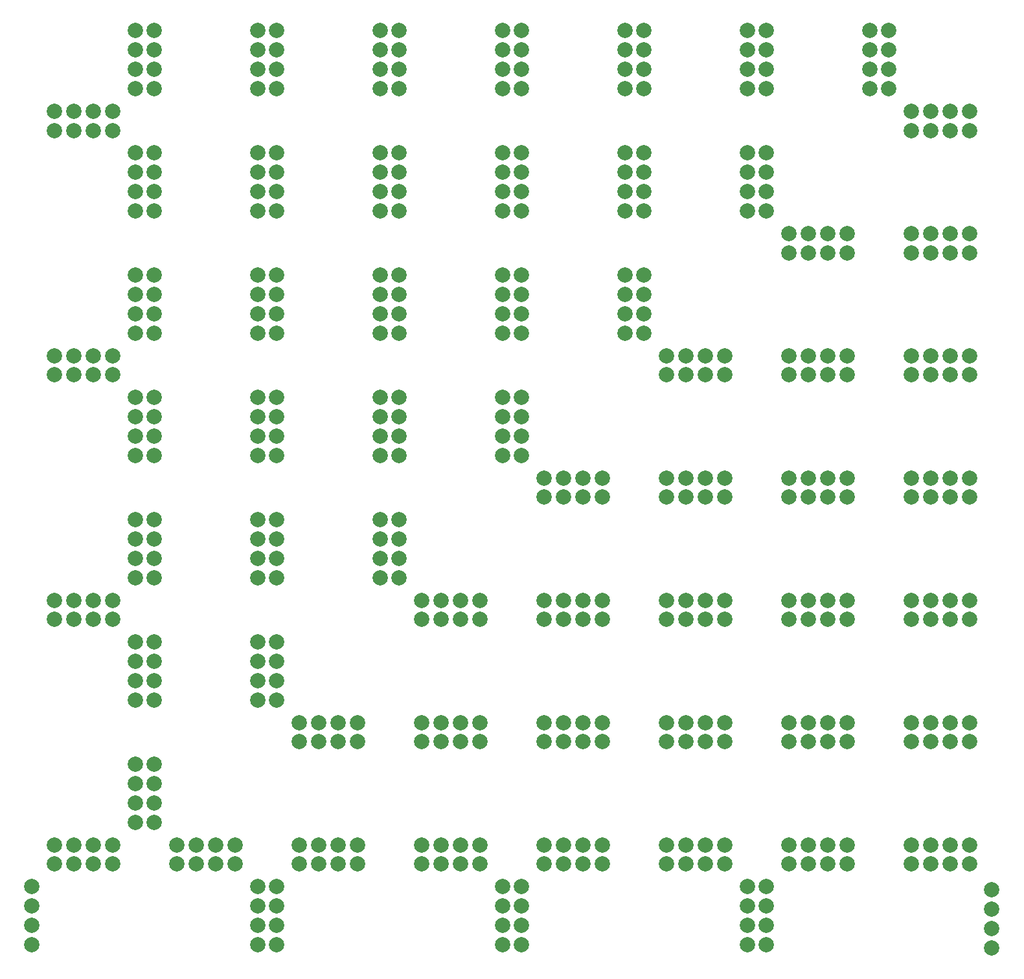
<source format=gbl>
G04 DipTrace 2.4.0.2*
%IN64xAPA102Cx16mm.gbl*%
%MOMM*%
%ADD24C,2.0*%
%FSLAX53Y53*%
G04*
G71*
G90*
G75*
G01*
%LNBottom*%
%LPD*%
D24*
X19270Y27250D3*
Y24750D3*
X16730Y27250D3*
Y24750D3*
X21810Y27250D3*
Y24750D3*
X14190Y27250D3*
Y24750D3*
X27250Y32730D3*
X24750D3*
X27250Y35270D3*
X24750D3*
X27250Y30190D3*
X24750D3*
X27250Y37810D3*
X24750D3*
X32730Y24750D3*
Y27250D3*
X35270Y24750D3*
Y27250D3*
X30190Y24750D3*
Y27250D3*
X37810Y24750D3*
Y27250D3*
X43250Y16730D3*
X40750D3*
X43250Y19270D3*
X40750D3*
X43250Y14190D3*
X40750D3*
X43250Y21810D3*
X40750D3*
X51270Y27250D3*
Y24750D3*
X48730Y27250D3*
Y24750D3*
X53810Y27250D3*
Y24750D3*
X46190Y27250D3*
Y24750D3*
X51270Y43250D3*
Y40750D3*
X48730Y43250D3*
Y40750D3*
X53810Y43250D3*
Y40750D3*
X46190Y43250D3*
Y40750D3*
X40750Y51270D3*
X43250D3*
X40750Y48730D3*
X43250D3*
X40750Y53810D3*
X43250D3*
X40750Y46190D3*
X43250D3*
X24750Y51270D3*
X27250D3*
X24750Y48730D3*
X27250D3*
X24750Y53810D3*
X27250D3*
X24750Y46190D3*
X27250D3*
X19270Y59250D3*
Y56750D3*
X16730Y59250D3*
Y56750D3*
X21810Y59250D3*
Y56750D3*
X14190Y59250D3*
Y56750D3*
X27250Y64730D3*
X24750D3*
X27250Y67270D3*
X24750D3*
X27250Y62190D3*
X24750D3*
X27250Y69810D3*
X24750D3*
X43250Y64730D3*
X40750D3*
X43250Y67270D3*
X40750D3*
X43250Y62190D3*
X40750D3*
X43250Y69810D3*
X40750D3*
X59250Y64730D3*
X56750D3*
X59250Y67270D3*
X56750D3*
X59250Y62190D3*
X56750D3*
X59250Y69810D3*
X56750D3*
X64730Y56750D3*
Y59250D3*
X67270Y56750D3*
Y59250D3*
X62190Y56750D3*
Y59250D3*
X69810Y56750D3*
Y59250D3*
X64730Y40750D3*
Y43250D3*
X67270Y40750D3*
Y43250D3*
X62190Y40750D3*
Y43250D3*
X69810Y40750D3*
Y43250D3*
X64730Y24750D3*
Y27250D3*
X67270Y24750D3*
Y27250D3*
X62190Y24750D3*
Y27250D3*
X69810Y24750D3*
Y27250D3*
X75250Y16730D3*
X72750D3*
X75250Y19270D3*
X72750D3*
X75250Y14190D3*
X72750D3*
X75250Y21810D3*
X72750D3*
X83270Y27250D3*
Y24750D3*
X80730Y27250D3*
Y24750D3*
X85810Y27250D3*
Y24750D3*
X78190Y27250D3*
Y24750D3*
X83270Y43250D3*
Y40750D3*
X80730Y43250D3*
Y40750D3*
X85810Y43250D3*
Y40750D3*
X78190Y43250D3*
Y40750D3*
X83270Y59250D3*
Y56750D3*
X80730Y59250D3*
Y56750D3*
X85810Y59250D3*
Y56750D3*
X78190Y59250D3*
Y56750D3*
X83270Y75250D3*
Y72750D3*
X80730Y75250D3*
Y72750D3*
X85810Y75250D3*
Y72750D3*
X78190Y75250D3*
Y72750D3*
X72750Y83270D3*
X75250D3*
X72750Y80730D3*
X75250D3*
X72750Y85810D3*
X75250D3*
X72750Y78190D3*
X75250D3*
X56750Y83270D3*
X59250D3*
X56750Y80730D3*
X59250D3*
X56750Y85810D3*
X59250D3*
X56750Y78190D3*
X59250D3*
X40750Y83270D3*
X43250D3*
X40750Y80730D3*
X43250D3*
X40750Y85810D3*
X43250D3*
X40750Y78190D3*
X43250D3*
X24750Y83270D3*
X27250D3*
X24750Y80730D3*
X27250D3*
X24750Y85810D3*
X27250D3*
X24750Y78190D3*
X27250D3*
X19270Y91250D3*
Y88750D3*
X16730Y91250D3*
Y88750D3*
X21810Y91250D3*
Y88750D3*
X14190Y91250D3*
Y88750D3*
X27250Y96730D3*
X24750D3*
X27250Y99270D3*
X24750D3*
X27250Y94190D3*
X24750D3*
X27250Y101810D3*
X24750D3*
X43250Y96730D3*
X40750D3*
X43250Y99270D3*
X40750D3*
X43250Y94190D3*
X40750D3*
X43250Y101810D3*
X40750D3*
X59250Y96730D3*
X56750D3*
X59250Y99270D3*
X56750D3*
X59250Y94190D3*
X56750D3*
X59250Y101810D3*
X56750D3*
X75250Y96730D3*
X72750D3*
X75250Y99270D3*
X72750D3*
X75250Y94190D3*
X72750D3*
X75250Y101810D3*
X72750D3*
X91250Y96730D3*
X88750D3*
X91250Y99270D3*
X88750D3*
X91250Y94190D3*
X88750D3*
X91250Y101810D3*
X88750D3*
X96730Y88750D3*
Y91250D3*
X99270Y88750D3*
Y91250D3*
X94190Y88750D3*
Y91250D3*
X101810Y88750D3*
Y91250D3*
X96730Y72750D3*
Y75250D3*
X99270Y72750D3*
Y75250D3*
X94190Y72750D3*
Y75250D3*
X101810Y72750D3*
Y75250D3*
X96730Y56750D3*
Y59250D3*
X99270Y56750D3*
Y59250D3*
X94190Y56750D3*
Y59250D3*
X101810Y56750D3*
Y59250D3*
X96730Y40750D3*
Y43250D3*
X99270Y40750D3*
Y43250D3*
X94190Y40750D3*
Y43250D3*
X101810Y40750D3*
Y43250D3*
X96730Y24750D3*
Y27250D3*
X99270Y24750D3*
Y27250D3*
X94190Y24750D3*
Y27250D3*
X101810Y24750D3*
Y27250D3*
X107250Y16730D3*
X104750D3*
X107250Y19270D3*
X104750D3*
X107250Y14190D3*
X104750D3*
X107250Y21810D3*
X104750D3*
X115270Y27250D3*
Y24750D3*
X112730Y27250D3*
Y24750D3*
X117810Y27250D3*
Y24750D3*
X110190Y27250D3*
Y24750D3*
X115270Y43250D3*
Y40750D3*
X112730Y43250D3*
Y40750D3*
X117810Y43250D3*
Y40750D3*
X110190Y43250D3*
Y40750D3*
X115270Y59250D3*
Y56750D3*
X112730Y59250D3*
Y56750D3*
X117810Y59250D3*
Y56750D3*
X110190Y59250D3*
Y56750D3*
X115270Y75250D3*
Y72750D3*
X112730Y75250D3*
Y72750D3*
X117810Y75250D3*
Y72750D3*
X110190Y75250D3*
Y72750D3*
X115270Y91250D3*
Y88750D3*
X112730Y91250D3*
Y88750D3*
X117810Y91250D3*
Y88750D3*
X110190Y91250D3*
Y88750D3*
X115270Y107250D3*
Y104750D3*
X112730Y107250D3*
Y104750D3*
X117810Y107250D3*
Y104750D3*
X110190Y107250D3*
Y104750D3*
X104750Y115270D3*
X107250D3*
X104750Y112730D3*
X107250D3*
X104750Y117810D3*
X107250D3*
X104750Y110190D3*
X107250D3*
X88750Y115270D3*
X91250D3*
X88750Y112730D3*
X91250D3*
X88750Y117810D3*
X91250D3*
X88750Y110190D3*
X91250D3*
X72750Y115270D3*
X75250D3*
X72750Y112730D3*
X75250D3*
X72750Y117810D3*
X75250D3*
X72750Y110190D3*
X75250D3*
X56750Y115270D3*
X59250D3*
X56750Y112730D3*
X59250D3*
X56750Y117810D3*
X59250D3*
X56750Y110190D3*
X59250D3*
X40750Y115270D3*
X43250D3*
X40750Y112730D3*
X43250D3*
X40750Y117810D3*
X43250D3*
X40750Y110190D3*
X43250D3*
X24750Y115270D3*
X27250D3*
X24750Y112730D3*
X27250D3*
X24750Y117810D3*
X27250D3*
X24750Y110190D3*
X27250D3*
X19270Y123250D3*
Y120750D3*
X16730Y123250D3*
Y120750D3*
X21810Y123250D3*
Y120750D3*
X14190Y123250D3*
Y120750D3*
X27250Y128730D3*
X24750D3*
X27250Y131270D3*
X24750D3*
X27250Y126190D3*
X24750D3*
X27250Y133810D3*
X24750D3*
X43250Y128730D3*
X40750D3*
X43250Y131270D3*
X40750D3*
X43250Y126190D3*
X40750D3*
X43250Y133810D3*
X40750D3*
X59250Y128730D3*
X56750D3*
X59250Y131270D3*
X56750D3*
X59250Y126190D3*
X56750D3*
X59250Y133810D3*
X56750D3*
X75250Y128730D3*
X72750D3*
X75250Y131270D3*
X72750D3*
X75250Y126190D3*
X72750D3*
X75250Y133810D3*
X72750D3*
X91250Y128730D3*
X88750D3*
X91250Y131270D3*
X88750D3*
X91250Y126190D3*
X88750D3*
X91250Y133810D3*
X88750D3*
X107250Y128730D3*
X104750D3*
X107250Y131270D3*
X104750D3*
X107250Y126190D3*
X104750D3*
X107250Y133810D3*
X104750D3*
X123250Y128730D3*
X120750D3*
X123250Y131270D3*
X120750D3*
X123250Y126190D3*
X120750D3*
X123250Y133810D3*
X120750D3*
X128730Y120750D3*
Y123250D3*
X131270Y120750D3*
Y123250D3*
X126190Y120750D3*
Y123250D3*
X133810Y120750D3*
Y123250D3*
X128730Y104750D3*
Y107250D3*
X131270Y104750D3*
Y107250D3*
X126190Y104750D3*
Y107250D3*
X133810Y104750D3*
Y107250D3*
X128730Y88750D3*
Y91250D3*
X131270Y88750D3*
Y91250D3*
X126190Y88750D3*
Y91250D3*
X133810Y88750D3*
Y91250D3*
X128730Y72750D3*
Y75250D3*
X131270Y72750D3*
Y75250D3*
X126190Y72750D3*
Y75250D3*
X133810Y72750D3*
Y75250D3*
X128730Y56750D3*
Y59250D3*
X131270Y56750D3*
Y59250D3*
X126190Y56750D3*
Y59250D3*
X133810Y56750D3*
Y59250D3*
X128730Y40750D3*
Y43250D3*
X131270Y40750D3*
Y43250D3*
X126190Y40750D3*
Y43250D3*
X133810Y40750D3*
Y43250D3*
X128730Y24750D3*
Y27250D3*
X131270Y24750D3*
Y27250D3*
X126190Y24750D3*
Y27250D3*
X133810Y24750D3*
Y27250D3*
X136727Y16305D3*
Y18845D3*
Y13765D3*
Y21385D3*
X11250Y16730D3*
Y19270D3*
Y14190D3*
Y21810D3*
M02*

</source>
